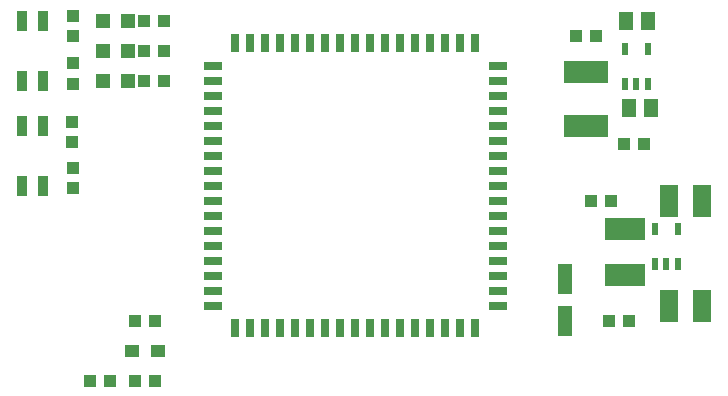
<source format=gtp>
G75*
G70*
%OFA0B0*%
%FSLAX24Y24*%
%IPPOS*%
%LPD*%
%AMOC8*
5,1,8,0,0,1.08239X$1,22.5*
%
%ADD10R,0.0600X0.0300*%
%ADD11R,0.0300X0.0600*%
%ADD12R,0.0394X0.0433*%
%ADD13R,0.0433X0.0394*%
%ADD14R,0.0472X0.0394*%
%ADD15R,0.0320X0.0660*%
%ADD16R,0.0500X0.1000*%
%ADD17R,0.1500X0.0760*%
%ADD18R,0.0630X0.1063*%
%ADD19R,0.1339X0.0748*%
%ADD20R,0.0472X0.0472*%
%ADD21R,0.0512X0.0591*%
%ADD22R,0.0200X0.0400*%
D10*
X013116Y010399D03*
X013116Y010899D03*
X013116Y011399D03*
X013116Y011899D03*
X013116Y012399D03*
X013116Y012899D03*
X013116Y013399D03*
X013116Y013899D03*
X013116Y014399D03*
X013116Y014899D03*
X013116Y015399D03*
X013116Y015899D03*
X013116Y016399D03*
X013116Y016899D03*
X013116Y017399D03*
X013116Y017899D03*
X013116Y018399D03*
X022616Y018399D03*
X022616Y017899D03*
X022616Y017399D03*
X022616Y016899D03*
X022616Y016399D03*
X022616Y015899D03*
X022616Y015399D03*
X022616Y014899D03*
X022616Y014399D03*
X022616Y013899D03*
X022616Y013399D03*
X022616Y012899D03*
X022616Y012399D03*
X022616Y011899D03*
X022616Y011399D03*
X022616Y010899D03*
X022616Y010399D03*
D11*
X021866Y009649D03*
X021366Y009649D03*
X020866Y009649D03*
X020366Y009649D03*
X019866Y009649D03*
X019366Y009649D03*
X018866Y009649D03*
X018366Y009649D03*
X017866Y009649D03*
X017366Y009649D03*
X016866Y009649D03*
X016366Y009649D03*
X015866Y009649D03*
X015366Y009649D03*
X014866Y009649D03*
X014366Y009649D03*
X013866Y009649D03*
X013866Y019149D03*
X014366Y019149D03*
X014866Y019149D03*
X015366Y019149D03*
X015866Y019149D03*
X016366Y019149D03*
X016866Y019149D03*
X017366Y019149D03*
X017866Y019149D03*
X018366Y019149D03*
X018866Y019149D03*
X019366Y019149D03*
X019866Y019149D03*
X020366Y019149D03*
X020866Y019149D03*
X021366Y019149D03*
X021866Y019149D03*
D12*
X008446Y019384D03*
X008446Y020053D03*
X008456Y018473D03*
X008456Y017804D03*
X008416Y016513D03*
X008416Y015844D03*
X008476Y014993D03*
X008476Y014324D03*
D13*
X009031Y007899D03*
X009700Y007899D03*
X010531Y007899D03*
X011200Y007899D03*
X011200Y009899D03*
X010531Y009899D03*
X010831Y017899D03*
X011500Y017899D03*
X011500Y018899D03*
X010831Y018899D03*
X010831Y019899D03*
X011500Y019899D03*
X025231Y019399D03*
X025900Y019399D03*
X026831Y015799D03*
X027500Y015799D03*
X026400Y013899D03*
X025731Y013899D03*
X026331Y009899D03*
X027000Y009899D03*
D14*
X011299Y008899D03*
X010433Y008899D03*
D15*
X007466Y014399D03*
X006766Y014399D03*
X006766Y016399D03*
X007466Y016399D03*
X007466Y017899D03*
X006766Y017899D03*
X006766Y019899D03*
X007466Y019899D03*
D16*
X024866Y011299D03*
X024866Y009899D03*
D17*
X025566Y016399D03*
X025566Y018199D03*
D18*
X028315Y013899D03*
X029417Y013899D03*
X029417Y010399D03*
X028315Y010399D03*
D19*
X026866Y011431D03*
X026866Y012966D03*
D20*
X010279Y017899D03*
X009452Y017899D03*
X009452Y018899D03*
X010279Y018899D03*
X010279Y019899D03*
X009452Y019899D03*
D21*
X026892Y019899D03*
X027640Y019899D03*
X027740Y016999D03*
X026992Y016999D03*
D22*
X026866Y017799D03*
X027226Y017799D03*
X027616Y017799D03*
X027616Y018949D03*
X026866Y018949D03*
X027866Y012949D03*
X028616Y012949D03*
X028616Y011799D03*
X028236Y011799D03*
X027866Y011799D03*
M02*

</source>
